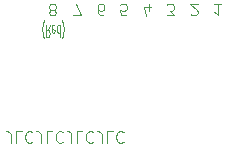
<source format=gbr>
%TF.GenerationSoftware,KiCad,Pcbnew,8.0.3*%
%TF.CreationDate,2024-06-28T12:15:49-07:00*%
%TF.ProjectId,360LPNeckPCB,3336304c-504e-4656-936b-5043422e6b69,rev?*%
%TF.SameCoordinates,Original*%
%TF.FileFunction,Legend,Bot*%
%TF.FilePolarity,Positive*%
%FSLAX46Y46*%
G04 Gerber Fmt 4.6, Leading zero omitted, Abs format (unit mm)*
G04 Created by KiCad (PCBNEW 8.0.3) date 2024-06-28 12:15:49*
%MOMM*%
%LPD*%
G01*
G04 APERTURE LIST*
%ADD10C,0.100000*%
G04 APERTURE END LIST*
D10*
X28708646Y-18227580D02*
X29327693Y-18227580D01*
X29327693Y-18227580D02*
X28994360Y-17846628D01*
X28994360Y-17846628D02*
X29137217Y-17846628D01*
X29137217Y-17846628D02*
X29232455Y-17799009D01*
X29232455Y-17799009D02*
X29280074Y-17751390D01*
X29280074Y-17751390D02*
X29327693Y-17656152D01*
X29327693Y-17656152D02*
X29327693Y-17418057D01*
X29327693Y-17418057D02*
X29280074Y-17322819D01*
X29280074Y-17322819D02*
X29232455Y-17275200D01*
X29232455Y-17275200D02*
X29137217Y-17227580D01*
X29137217Y-17227580D02*
X28851503Y-17227580D01*
X28851503Y-17227580D02*
X28756265Y-17275200D01*
X28756265Y-17275200D02*
X28708646Y-17322819D01*
X33327693Y-17227580D02*
X32756265Y-17227580D01*
X33041979Y-17227580D02*
X33041979Y-18227580D01*
X33041979Y-18227580D02*
X32946741Y-18084723D01*
X32946741Y-18084723D02*
X32851503Y-17989485D01*
X32851503Y-17989485D02*
X32756265Y-17941866D01*
X20808646Y-18227580D02*
X21475312Y-18227580D01*
X21475312Y-18227580D02*
X21046741Y-17227580D01*
X18327693Y-18646628D02*
X18303884Y-18694247D01*
X18303884Y-18694247D02*
X18256265Y-18837104D01*
X18256265Y-18837104D02*
X18232455Y-18932342D01*
X18232455Y-18932342D02*
X18208646Y-19075200D01*
X18208646Y-19075200D02*
X18184836Y-19313295D01*
X18184836Y-19313295D02*
X18184836Y-19503771D01*
X18184836Y-19503771D02*
X18208646Y-19741866D01*
X18208646Y-19741866D02*
X18232455Y-19884723D01*
X18232455Y-19884723D02*
X18256265Y-19979961D01*
X18256265Y-19979961D02*
X18303884Y-20122819D01*
X18303884Y-20122819D02*
X18327693Y-20170438D01*
X18803883Y-19027580D02*
X18637217Y-19503771D01*
X18518169Y-19027580D02*
X18518169Y-20027580D01*
X18518169Y-20027580D02*
X18708645Y-20027580D01*
X18708645Y-20027580D02*
X18756264Y-19979961D01*
X18756264Y-19979961D02*
X18780074Y-19932342D01*
X18780074Y-19932342D02*
X18803883Y-19837104D01*
X18803883Y-19837104D02*
X18803883Y-19694247D01*
X18803883Y-19694247D02*
X18780074Y-19599009D01*
X18780074Y-19599009D02*
X18756264Y-19551390D01*
X18756264Y-19551390D02*
X18708645Y-19503771D01*
X18708645Y-19503771D02*
X18518169Y-19503771D01*
X19208645Y-19075200D02*
X19161026Y-19027580D01*
X19161026Y-19027580D02*
X19065788Y-19027580D01*
X19065788Y-19027580D02*
X19018169Y-19075200D01*
X19018169Y-19075200D02*
X18994360Y-19170438D01*
X18994360Y-19170438D02*
X18994360Y-19551390D01*
X18994360Y-19551390D02*
X19018169Y-19646628D01*
X19018169Y-19646628D02*
X19065788Y-19694247D01*
X19065788Y-19694247D02*
X19161026Y-19694247D01*
X19161026Y-19694247D02*
X19208645Y-19646628D01*
X19208645Y-19646628D02*
X19232455Y-19551390D01*
X19232455Y-19551390D02*
X19232455Y-19456152D01*
X19232455Y-19456152D02*
X18994360Y-19360914D01*
X19661026Y-19027580D02*
X19661026Y-20027580D01*
X19661026Y-19075200D02*
X19613407Y-19027580D01*
X19613407Y-19027580D02*
X19518169Y-19027580D01*
X19518169Y-19027580D02*
X19470550Y-19075200D01*
X19470550Y-19075200D02*
X19446740Y-19122819D01*
X19446740Y-19122819D02*
X19422931Y-19218057D01*
X19422931Y-19218057D02*
X19422931Y-19503771D01*
X19422931Y-19503771D02*
X19446740Y-19599009D01*
X19446740Y-19599009D02*
X19470550Y-19646628D01*
X19470550Y-19646628D02*
X19518169Y-19694247D01*
X19518169Y-19694247D02*
X19613407Y-19694247D01*
X19613407Y-19694247D02*
X19661026Y-19646628D01*
X19851502Y-18646628D02*
X19875312Y-18694247D01*
X19875312Y-18694247D02*
X19922931Y-18837104D01*
X19922931Y-18837104D02*
X19946740Y-18932342D01*
X19946740Y-18932342D02*
X19970550Y-19075200D01*
X19970550Y-19075200D02*
X19994359Y-19313295D01*
X19994359Y-19313295D02*
X19994359Y-19503771D01*
X19994359Y-19503771D02*
X19970550Y-19741866D01*
X19970550Y-19741866D02*
X19946740Y-19884723D01*
X19946740Y-19884723D02*
X19922931Y-19979961D01*
X19922931Y-19979961D02*
X19875312Y-20122819D01*
X19875312Y-20122819D02*
X19851502Y-20170438D01*
X30756265Y-18132342D02*
X30803884Y-18179961D01*
X30803884Y-18179961D02*
X30899122Y-18227580D01*
X30899122Y-18227580D02*
X31137217Y-18227580D01*
X31137217Y-18227580D02*
X31232455Y-18179961D01*
X31232455Y-18179961D02*
X31280074Y-18132342D01*
X31280074Y-18132342D02*
X31327693Y-18037104D01*
X31327693Y-18037104D02*
X31327693Y-17941866D01*
X31327693Y-17941866D02*
X31280074Y-17799009D01*
X31280074Y-17799009D02*
X30708646Y-17227580D01*
X30708646Y-17227580D02*
X31327693Y-17227580D01*
X18946741Y-17799009D02*
X18851503Y-17846628D01*
X18851503Y-17846628D02*
X18803884Y-17894247D01*
X18803884Y-17894247D02*
X18756265Y-17989485D01*
X18756265Y-17989485D02*
X18756265Y-18037104D01*
X18756265Y-18037104D02*
X18803884Y-18132342D01*
X18803884Y-18132342D02*
X18851503Y-18179961D01*
X18851503Y-18179961D02*
X18946741Y-18227580D01*
X18946741Y-18227580D02*
X19137217Y-18227580D01*
X19137217Y-18227580D02*
X19232455Y-18179961D01*
X19232455Y-18179961D02*
X19280074Y-18132342D01*
X19280074Y-18132342D02*
X19327693Y-18037104D01*
X19327693Y-18037104D02*
X19327693Y-17989485D01*
X19327693Y-17989485D02*
X19280074Y-17894247D01*
X19280074Y-17894247D02*
X19232455Y-17846628D01*
X19232455Y-17846628D02*
X19137217Y-17799009D01*
X19137217Y-17799009D02*
X18946741Y-17799009D01*
X18946741Y-17799009D02*
X18851503Y-17751390D01*
X18851503Y-17751390D02*
X18803884Y-17703771D01*
X18803884Y-17703771D02*
X18756265Y-17608533D01*
X18756265Y-17608533D02*
X18756265Y-17418057D01*
X18756265Y-17418057D02*
X18803884Y-17322819D01*
X18803884Y-17322819D02*
X18851503Y-17275200D01*
X18851503Y-17275200D02*
X18946741Y-17227580D01*
X18946741Y-17227580D02*
X19137217Y-17227580D01*
X19137217Y-17227580D02*
X19232455Y-17275200D01*
X19232455Y-17275200D02*
X19280074Y-17322819D01*
X19280074Y-17322819D02*
X19327693Y-17418057D01*
X19327693Y-17418057D02*
X19327693Y-17608533D01*
X19327693Y-17608533D02*
X19280074Y-17703771D01*
X19280074Y-17703771D02*
X19232455Y-17751390D01*
X19232455Y-17751390D02*
X19137217Y-17799009D01*
X23332455Y-18227580D02*
X23141979Y-18227580D01*
X23141979Y-18227580D02*
X23046741Y-18179961D01*
X23046741Y-18179961D02*
X22999122Y-18132342D01*
X22999122Y-18132342D02*
X22903884Y-17989485D01*
X22903884Y-17989485D02*
X22856265Y-17799009D01*
X22856265Y-17799009D02*
X22856265Y-17418057D01*
X22856265Y-17418057D02*
X22903884Y-17322819D01*
X22903884Y-17322819D02*
X22951503Y-17275200D01*
X22951503Y-17275200D02*
X23046741Y-17227580D01*
X23046741Y-17227580D02*
X23237217Y-17227580D01*
X23237217Y-17227580D02*
X23332455Y-17275200D01*
X23332455Y-17275200D02*
X23380074Y-17322819D01*
X23380074Y-17322819D02*
X23427693Y-17418057D01*
X23427693Y-17418057D02*
X23427693Y-17656152D01*
X23427693Y-17656152D02*
X23380074Y-17751390D01*
X23380074Y-17751390D02*
X23332455Y-17799009D01*
X23332455Y-17799009D02*
X23237217Y-17846628D01*
X23237217Y-17846628D02*
X23046741Y-17846628D01*
X23046741Y-17846628D02*
X22951503Y-17799009D01*
X22951503Y-17799009D02*
X22903884Y-17751390D01*
X22903884Y-17751390D02*
X22856265Y-17656152D01*
X15489598Y-29027580D02*
X15489598Y-28313295D01*
X15489598Y-28313295D02*
X15441979Y-28170438D01*
X15441979Y-28170438D02*
X15346741Y-28075200D01*
X15346741Y-28075200D02*
X15203884Y-28027580D01*
X15203884Y-28027580D02*
X15108646Y-28027580D01*
X16441979Y-28027580D02*
X15965789Y-28027580D01*
X15965789Y-28027580D02*
X15965789Y-29027580D01*
X17346741Y-28122819D02*
X17299122Y-28075200D01*
X17299122Y-28075200D02*
X17156265Y-28027580D01*
X17156265Y-28027580D02*
X17061027Y-28027580D01*
X17061027Y-28027580D02*
X16918170Y-28075200D01*
X16918170Y-28075200D02*
X16822932Y-28170438D01*
X16822932Y-28170438D02*
X16775313Y-28265676D01*
X16775313Y-28265676D02*
X16727694Y-28456152D01*
X16727694Y-28456152D02*
X16727694Y-28599009D01*
X16727694Y-28599009D02*
X16775313Y-28789485D01*
X16775313Y-28789485D02*
X16822932Y-28884723D01*
X16822932Y-28884723D02*
X16918170Y-28979961D01*
X16918170Y-28979961D02*
X17061027Y-29027580D01*
X17061027Y-29027580D02*
X17156265Y-29027580D01*
X17156265Y-29027580D02*
X17299122Y-28979961D01*
X17299122Y-28979961D02*
X17346741Y-28932342D01*
X18061027Y-29027580D02*
X18061027Y-28313295D01*
X18061027Y-28313295D02*
X18013408Y-28170438D01*
X18013408Y-28170438D02*
X17918170Y-28075200D01*
X17918170Y-28075200D02*
X17775313Y-28027580D01*
X17775313Y-28027580D02*
X17680075Y-28027580D01*
X19013408Y-28027580D02*
X18537218Y-28027580D01*
X18537218Y-28027580D02*
X18537218Y-29027580D01*
X19918170Y-28122819D02*
X19870551Y-28075200D01*
X19870551Y-28075200D02*
X19727694Y-28027580D01*
X19727694Y-28027580D02*
X19632456Y-28027580D01*
X19632456Y-28027580D02*
X19489599Y-28075200D01*
X19489599Y-28075200D02*
X19394361Y-28170438D01*
X19394361Y-28170438D02*
X19346742Y-28265676D01*
X19346742Y-28265676D02*
X19299123Y-28456152D01*
X19299123Y-28456152D02*
X19299123Y-28599009D01*
X19299123Y-28599009D02*
X19346742Y-28789485D01*
X19346742Y-28789485D02*
X19394361Y-28884723D01*
X19394361Y-28884723D02*
X19489599Y-28979961D01*
X19489599Y-28979961D02*
X19632456Y-29027580D01*
X19632456Y-29027580D02*
X19727694Y-29027580D01*
X19727694Y-29027580D02*
X19870551Y-28979961D01*
X19870551Y-28979961D02*
X19918170Y-28932342D01*
X20632456Y-29027580D02*
X20632456Y-28313295D01*
X20632456Y-28313295D02*
X20584837Y-28170438D01*
X20584837Y-28170438D02*
X20489599Y-28075200D01*
X20489599Y-28075200D02*
X20346742Y-28027580D01*
X20346742Y-28027580D02*
X20251504Y-28027580D01*
X21584837Y-28027580D02*
X21108647Y-28027580D01*
X21108647Y-28027580D02*
X21108647Y-29027580D01*
X22489599Y-28122819D02*
X22441980Y-28075200D01*
X22441980Y-28075200D02*
X22299123Y-28027580D01*
X22299123Y-28027580D02*
X22203885Y-28027580D01*
X22203885Y-28027580D02*
X22061028Y-28075200D01*
X22061028Y-28075200D02*
X21965790Y-28170438D01*
X21965790Y-28170438D02*
X21918171Y-28265676D01*
X21918171Y-28265676D02*
X21870552Y-28456152D01*
X21870552Y-28456152D02*
X21870552Y-28599009D01*
X21870552Y-28599009D02*
X21918171Y-28789485D01*
X21918171Y-28789485D02*
X21965790Y-28884723D01*
X21965790Y-28884723D02*
X22061028Y-28979961D01*
X22061028Y-28979961D02*
X22203885Y-29027580D01*
X22203885Y-29027580D02*
X22299123Y-29027580D01*
X22299123Y-29027580D02*
X22441980Y-28979961D01*
X22441980Y-28979961D02*
X22489599Y-28932342D01*
X23203885Y-29027580D02*
X23203885Y-28313295D01*
X23203885Y-28313295D02*
X23156266Y-28170438D01*
X23156266Y-28170438D02*
X23061028Y-28075200D01*
X23061028Y-28075200D02*
X22918171Y-28027580D01*
X22918171Y-28027580D02*
X22822933Y-28027580D01*
X24156266Y-28027580D02*
X23680076Y-28027580D01*
X23680076Y-28027580D02*
X23680076Y-29027580D01*
X25061028Y-28122819D02*
X25013409Y-28075200D01*
X25013409Y-28075200D02*
X24870552Y-28027580D01*
X24870552Y-28027580D02*
X24775314Y-28027580D01*
X24775314Y-28027580D02*
X24632457Y-28075200D01*
X24632457Y-28075200D02*
X24537219Y-28170438D01*
X24537219Y-28170438D02*
X24489600Y-28265676D01*
X24489600Y-28265676D02*
X24441981Y-28456152D01*
X24441981Y-28456152D02*
X24441981Y-28599009D01*
X24441981Y-28599009D02*
X24489600Y-28789485D01*
X24489600Y-28789485D02*
X24537219Y-28884723D01*
X24537219Y-28884723D02*
X24632457Y-28979961D01*
X24632457Y-28979961D02*
X24775314Y-29027580D01*
X24775314Y-29027580D02*
X24870552Y-29027580D01*
X24870552Y-29027580D02*
X25013409Y-28979961D01*
X25013409Y-28979961D02*
X25061028Y-28932342D01*
X27232455Y-17894247D02*
X27232455Y-17227580D01*
X26994360Y-18275200D02*
X26756265Y-17560914D01*
X26756265Y-17560914D02*
X27375312Y-17560914D01*
X25280074Y-18227580D02*
X24803884Y-18227580D01*
X24803884Y-18227580D02*
X24756265Y-17751390D01*
X24756265Y-17751390D02*
X24803884Y-17799009D01*
X24803884Y-17799009D02*
X24899122Y-17846628D01*
X24899122Y-17846628D02*
X25137217Y-17846628D01*
X25137217Y-17846628D02*
X25232455Y-17799009D01*
X25232455Y-17799009D02*
X25280074Y-17751390D01*
X25280074Y-17751390D02*
X25327693Y-17656152D01*
X25327693Y-17656152D02*
X25327693Y-17418057D01*
X25327693Y-17418057D02*
X25280074Y-17322819D01*
X25280074Y-17322819D02*
X25232455Y-17275200D01*
X25232455Y-17275200D02*
X25137217Y-17227580D01*
X25137217Y-17227580D02*
X24899122Y-17227580D01*
X24899122Y-17227580D02*
X24803884Y-17275200D01*
X24803884Y-17275200D02*
X24756265Y-17322819D01*
M02*

</source>
